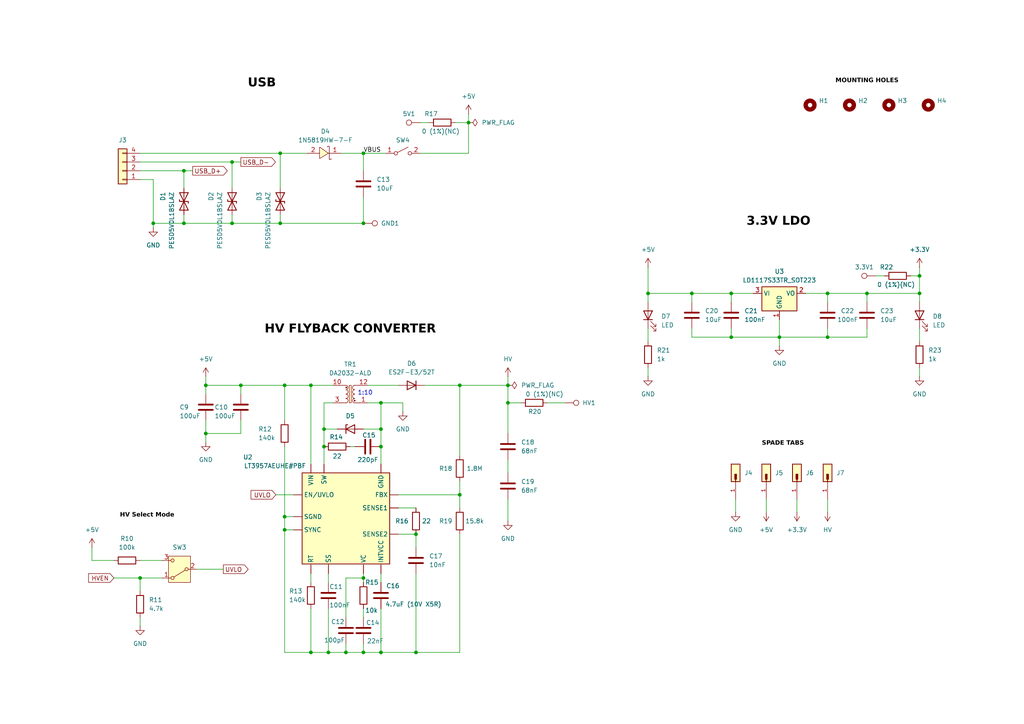
<source format=kicad_sch>
(kicad_sch (version 20231120) (generator "eeschema") (generator_version "8.0")
  (paper "A4")
  (title_block (date "2024-05-22") (company "Newell Jensen"))
  (lib_symbols
    (symbol "Connector:TestPoint" (pin_numbers hide) (pin_names (offset 0.762) hide)
      (property "Reference" "TP" (at 0 6.858 0))
      (property "Value" "TestPoint" (at 0 5.08 0))
      (symbol "TestPoint_0_1"
        (circle (center 0 3.302) (radius 0.762))
      )
      (symbol "TestPoint_1_1"
        (pin passive line (at 0 0 90) (length 2.54) (name "1") (number "1"))
      )
    )
    (symbol "Connector_Generic:Conn_01x04" (pin_names (offset 1.016) hide)
      (property "Reference" "J" (at 0 5.08 0))
      (property "Value" "Conn_01x04" (at 0 -7.62 0))
      (symbol "Conn_01x04_1_1"
        (rectangle (start -1.27 -4.953) (end 0 -5.207) (stroke (width 0.1524)))
        (rectangle (start -1.27 -2.413) (end 0 -2.667) (stroke (width 0.1524)))
        (rectangle (start -1.27 0.127) (end 0 -0.127) (stroke (width 0.1524)))
        (rectangle (start -1.27 2.667) (end 0 2.413) (stroke (width 0.1524)))
        (rectangle (start -1.27 3.81) (end 1.27 -6.35) (stroke (width 0.254)) (fill (type background)))
        (pin passive line (at -5.08 2.54 0) (length 3.81) (name "Pin_1") (number "1"))
        (pin passive line (at -5.08 0 0) (length 3.81) (name "Pin_2") (number "2"))
        (pin passive line (at -5.08 -2.54 0) (length 3.81) (name "Pin_3") (number "3"))
        (pin passive line (at -5.08 -5.08 0) (length 3.81) (name "Pin_4") (number "4"))
      )
    )
    (symbol "Device:C" (pin_numbers hide) (pin_names (offset 0.254))
      (property "Reference" "C" (at 0.635 2.54 0))
      (property "Value" "C" (at 0.635 -2.54 0))
      (symbol "C_0_1"
        (polyline (pts (xy -2.032 -0.762) (xy 2.032 -0.762)) (stroke (width 0.508)))
        (polyline (pts (xy -2.032 0.762) (xy 2.032 0.762)) (stroke (width 0.508)))
      )
      (symbol "C_1_1"
        (pin passive line (at 0 3.81 270) (length 2.794) (name "~") (number "1"))
        (pin passive line (at 0 -3.81 90) (length 2.794) (name "~") (number "2"))
      )
    )
    (symbol "Device:D" (pin_numbers hide) (pin_names (offset 1.016) hide)
      (property "Reference" "D" (at 0 2.54 0))
      (property "Value" "D" (at 0 -2.54 0))
      (symbol "D_0_1"
        (polyline (pts (xy -1.27 1.27) (xy -1.27 -1.27)) (stroke (width 0.254)))
        (polyline (pts (xy 1.27 0) (xy -1.27 0)))
        (polyline (pts (xy 1.27 1.27) (xy 1.27 -1.27) (xy -1.27 0) (xy 1.27 1.27)) (stroke (width 0.254)))
      )
      (symbol "D_1_1"
        (pin passive line (at -3.81 0 0) (length 2.54) (name "K") (number "1"))
        (pin passive line (at 3.81 0 180) (length 2.54) (name "A") (number "2"))
      )
    )
    (symbol "Device:D_TVS" (pin_numbers hide) (pin_names (offset 1.016) hide)
      (property "Reference" "D" (at 0 2.54 0))
      (property "Value" "D_TVS" (at 0 -2.54 0))
      (symbol "D_TVS_0_1"
        (polyline (pts (xy 1.27 0) (xy -1.27 0)))
        (polyline (pts (xy 0.508 1.27) (xy 0 1.27) (xy 0 -1.27) (xy -0.508 -1.27)) (stroke (width 0.254)))
        (polyline (pts (xy -2.54 1.27) (xy -2.54 -1.27) (xy 2.54 1.27) (xy 2.54 -1.27) (xy -2.54 1.27)) (stroke (width 0.254)))
      )
      (symbol "D_TVS_1_1"
        (pin passive line (at -3.81 0 0) (length 2.54) (name "A1") (number "1"))
        (pin passive line (at 3.81 0 180) (length 2.54) (name "A2") (number "2"))
      )
    )
    (symbol "Device:LED" (pin_numbers hide) (pin_names (offset 1.016) hide)
      (property "Reference" "D" (at 0 2.54 0))
      (property "Value" "LED" (at 0 -2.54 0))
      (symbol "LED_0_1"
        (polyline (pts (xy -1.27 -1.27) (xy -1.27 1.27)) (stroke (width 0.254)))
        (polyline (pts (xy -1.27 0) (xy 1.27 0)))
        (polyline (pts (xy 1.27 -1.27) (xy 1.27 1.27) (xy -1.27 0) (xy 1.27 -1.27)) (stroke (width 0.254)))
        (polyline (pts (xy -3.048 -0.762) (xy -4.572 -2.286) (xy -3.81 -2.286) (xy -4.572 -2.286) (xy -4.572 -1.524)))
        (polyline (pts (xy -1.778 -0.762) (xy -3.302 -2.286) (xy -2.54 -2.286) (xy -3.302 -2.286) (xy -3.302 -1.524)))
      )
      (symbol "LED_1_1"
        (pin passive line (at -3.81 0 0) (length 2.54) (name "K") (number "1"))
        (pin passive line (at 3.81 0 180) (length 2.54) (name "A") (number "2"))
      )
    )
    (symbol "Device:R" (pin_numbers hide) (pin_names (offset 0))
      (property "Reference" "R" (at 2.032 0 90))
      (property "Value" "R" (at 0 0 90))
      (symbol "R_0_1"
        (rectangle (start -1.016 -2.54) (end 1.016 2.54) (stroke (width 0.254)))
      )
      (symbol "R_1_1"
        (pin passive line (at 0 3.81 270) (length 1.27) (name "~") (number "1"))
        (pin passive line (at 0 -3.81 90) (length 1.27) (name "~") (number "2"))
      )
    )
    (symbol "Diode:BZT52Bxx" (pin_numbers hide) (pin_names hide)
      (property "Reference" "D" (at 0 2.54 0))
      (property "Value" "BZT52Bxx" (at 0 -2.54 0))
      (symbol "BZT52Bxx_0_1"
        (polyline (pts (xy 1.27 0) (xy -1.27 0)))
        (polyline (pts (xy -1.27 -1.27) (xy -1.27 1.27) (xy -0.762 1.27)) (stroke (width 0.254)))
        (polyline (pts (xy 1.27 -1.27) (xy 1.27 1.27) (xy -1.27 0) (xy 1.27 -1.27)) (stroke (width 0.254)))
      )
      (symbol "BZT52Bxx_1_1"
        (pin passive line (at -3.81 0 0) (length 2.54) (name "K") (number "1"))
        (pin passive line (at 3.81 0 180) (length 2.54) (name "A") (number "2"))
      )
    )
    (symbol "LED_1" (pin_numbers hide) (pin_names (offset 1.016) hide)
      (property "Reference" "D" (at 0 2.54 0))
      (property "Value" "LED" (at 0 -2.54 0))
      (symbol "LED_1_0_1"
        (polyline (pts (xy -1.27 -1.27) (xy -1.27 1.27)) (stroke (width 0.254)))
        (polyline (pts (xy -1.27 0) (xy 1.27 0)))
        (polyline (pts (xy 1.27 -1.27) (xy 1.27 1.27) (xy -1.27 0) (xy 1.27 -1.27)) (stroke (width 0.254)))
        (polyline (pts (xy -3.048 -0.762) (xy -4.572 -2.286) (xy -3.81 -2.286) (xy -4.572 -2.286) (xy -4.572 -1.524)))
        (polyline (pts (xy -1.778 -0.762) (xy -3.302 -2.286) (xy -2.54 -2.286) (xy -3.302 -2.286) (xy -3.302 -1.524)))
      )
      (symbol "LED_1_1_1"
        (pin passive line (at -3.81 0 0) (length 2.54) (name "K") (number "1"))
        (pin passive line (at 3.81 0 180) (length 2.54) (name "A") (number "2"))
      )
    )
    (symbol "LT3957AEUHE#PBF:LT3957AEUHE#PBF" (pin_numbers hide)
      (property "Reference" "U2" (at -10.668 7.112 0))
      (property "Value" "LT3957AEUHE#PBF" (at -2.794 4.572 0))
      (symbol "LT3957AEUHE#PBF_1_1"
        (rectangle (start 5.08 2.54) (end 30.48 -23.876) (stroke (width 0.254)) (fill (type background)))
        (pin passive line (at 2.54 -17.78 0) (length 2.54) hide (name "NC") (number "1"))
        (pin passive line (at 2.54 -17.78 0) (length 2.54) hide (name "NC") (number "10"))
        (pin passive line (at 27.94 5.08 270) (length 2.54) (name "GND") (number "12"))
        (pin passive line (at 27.94 5.08 270) (length 2.54) hide (name "GND") (number "13"))
        (pin passive line (at 27.94 5.08 270) (length 2.54) hide (name "GND") (number "14"))
        (pin passive line (at 27.94 5.08 270) (length 2.54) hide (name "GND") (number "15"))
        (pin passive line (at 27.94 5.08 270) (length 2.54) hide (name "GND") (number "16"))
        (pin passive line (at 27.94 5.08 270) (length 2.54) hide (name "GND") (number "17"))
        (pin passive line (at 2.54 -17.78 0) (length 2.54) hide (name "NC") (number "2"))
        (pin passive line (at 11.43 5.08 270) (length 2.54) hide (name "SW") (number "20"))
        (pin passive line (at 11.43 5.08 270) (length 2.54) hide (name "SW") (number "21"))
        (pin passive line (at 2.54 -10.16 0) (length 2.54) hide (name "SGND") (number "23"))
        (pin passive line (at 2.54 -10.16 0) (length 2.54) hide (name "SGND") (number "24"))
        (pin passive line (at 2.54 -3.81 0) (length 2.54) (name "EN/UVLO") (number "25"))
        (pin passive line (at 7.62 5.08 270) (length 2.54) (name "VIN") (number "27"))
        (pin passive line (at 27.94 -26.67 90) (length 2.54) (name "INTVCC") (number "28"))
        (pin passive line (at 33.02 -15.24 180) (length 2.54) (name "SENSE2") (number "3"))
        (pin passive line (at 22.86 -26.67 90) (length 2.54) (name "VC") (number "30"))
        (pin passive line (at 33.02 -3.81 180) (length 2.54) (name "FBX") (number "31"))
        (pin passive line (at 12.7 -26.67 90) (length 2.54) (name "SS") (number "32"))
        (pin passive line (at 7.62 -26.67 90) (length 2.54) (name "RT") (number "33"))
        (pin passive line (at 2.54 -13.97 0) (length 2.54) (name "SYNC") (number "34"))
        (pin passive line (at 2.54 -17.78 0) (length 2.54) hide (name "NC") (number "35"))
        (pin passive line (at 2.54 -17.78 0) (length 2.54) hide (name "NC") (number "36"))
        (pin passive line (at 2.54 -10.16 0) (length 2.54) hide (name "SGND") (number "37"))
        (pin passive line (at 11.43 5.08 270) (length 2.54) hide (name "SW") (number "38"))
        (pin passive line (at 2.54 -10.16 0) (length 2.54) (name "SGND") (number "4"))
        (pin passive line (at 33.02 -7.62 180) (length 2.54) (name "SENSE1") (number "6"))
        (pin passive line (at 11.43 5.08 270) (length 2.54) (name "SW") (number "8"))
        (pin passive line (at 11.43 5.08 270) (length 2.54) hide (name "SW") (number "9"))
      )
    )
    (symbol "Mechanical:MountingHole" (pin_names (offset 1.016)) (exclude_from_sim yes) (in_bom no)
      (property "Reference" "H" (at 0 5.08 0))
      (property "Value" "MountingHole" (at 0 3.175 0))
      (symbol "MountingHole_0_1"
        (circle (center 0 0) (radius 1.27) (stroke (width 1.27)))
      )
    )
    (symbol "Regulator_Linear:LD1117S33TR_SOT223"
      (property "Reference" "U" (at -3.81 3.175 0))
      (property "Value" "LD1117S33TR_SOT223" (at 0 3.175 0))
      (symbol "LD1117S33TR_SOT223_0_1"
        (rectangle (start -5.08 -5.08) (end 5.08 1.905) (stroke (width 0.254)) (fill (type background)))
      )
      (symbol "LD1117S33TR_SOT223_1_1"
        (pin power_in line (at 0 -7.62 90) (length 2.54) (name "GND") (number "1"))
        (pin power_out line (at 7.62 0 180) (length 2.54) (name "VO") (number "2"))
        (pin power_in line (at -7.62 0 0) (length 2.54) (name "VI") (number "3"))
      )
    )
    (symbol "Switch:SW_SPDT" (pin_names (offset 0) hide)
      (property "Reference" "SW" (at 0 5.08 0))
      (property "Value" "SW_SPDT" (at 0 -5.08 0))
      (symbol "SW_SPDT_0_1"
        (circle (center -2.032 0) (radius 0.4572))
        (polyline (pts (xy -1.651 0.254) (xy 1.651 2.286)))
        (circle (center 2.032 -2.54) (radius 0.4572))
        (circle (center 2.032 2.54) (radius 0.4572))
      )
      (symbol "SW_SPDT_1_1"
        (rectangle (start -3.175 3.81) (end 3.175 -3.81) (fill (type background)))
        (pin passive line (at 5.08 2.54 180) (length 2.54) (name "A") (number "1"))
        (pin passive line (at -5.08 0 0) (length 2.54) (name "B") (number "2"))
        (pin passive line (at 5.08 -2.54 180) (length 2.54) (name "C") (number "3"))
      )
    )
    (symbol "Switch:SW_SPST" (pin_names (offset 0) hide)
      (property "Reference" "SW" (at 0 3.175 0))
      (property "Value" "SW_SPST" (at 0 -2.54 0))
      (symbol "SW_SPST_0_0"
        (circle (center -2.032 0) (radius 0.508))
        (polyline (pts (xy -1.524 0.254) (xy 1.524 1.778)))
        (circle (center 2.032 0) (radius 0.508))
      )
      (symbol "SW_SPST_1_1"
        (pin passive line (at -5.08 0 0) (length 2.54) (name "A") (number "1"))
        (pin passive line (at 5.08 0 180) (length 2.54) (name "B") (number "2"))
      )
    )
    (symbol "Transformer:ZMPT101K"
      (property "Reference" "TR1" (at 0 8.636 0))
      (property "Value" "DA2032-ALD" (at 0 6.096 0))
      (symbol "ZMPT101K_0_1"
        (polyline (pts (xy -1.27 -2.54) (xy -2.54 -2.54)))
        (polyline (pts (xy -1.27 2.54) (xy -2.54 2.54)))
        (polyline (pts (xy 1.27 -2.54) (xy 2.54 -2.54)))
        (polyline (pts (xy 1.27 2.54) (xy 2.54 2.54)))
      )
      (symbol "ZMPT101K_1_1"
        (arc (start -1.27 -2.54) (mid -0.6377 -1.905) (end -1.27 -1.27))
        (arc (start -1.27 -1.27) (mid -0.6377 -0.635) (end -1.27 0))
        (arc (start -1.27 0) (mid -0.6377 0.635) (end -1.27 1.27))
        (arc (start -1.27 1.27) (mid -0.6377 1.905) (end -1.27 2.54))
        (circle (center -1.143 1.905) (radius 0.127) (stroke (width 0.254)))
        (rectangle (start -0.254 2.54) (end 0.254 -2.54) (fill (type background)))
        (circle (center 1.27 -1.905) (radius 0.127) (stroke (width 0.254)))
        (arc (start 1.27 -1.27) (mid 0.6377 -1.905) (end 1.27 -2.54))
        (arc (start 1.27 0) (mid 0.6377 -0.635) (end 1.27 -1.27))
        (arc (start 1.27 1.27) (mid 0.6377 0.635) (end 1.27 0))
        (arc (start 1.27 2.54) (mid 0.6377 1.905) (end 1.27 1.27))
        (pin passive line (at 5.08 -2.54 180) (length 2.54) (name "~") (number "1"))
        (pin passive line (at -5.08 2.54 0) (length 2.54) (name "~") (number "10"))
        (pin passive line (at 5.08 2.54 180) (length 2.54) (name "~") (number "12"))
        (pin passive line (at -5.08 -2.54 0) (length 2.54) (name "~") (number "3"))
        (pin passive line (at -5.08 -2.54 0) (length 2.54) hide (name "~") (number "4"))
        (pin passive line (at -5.08 -2.54 0) (length 2.54) hide (name "~") (number "5"))
        (pin passive line (at -5.08 -2.54 0) (length 2.54) hide (name "~") (number "6"))
        (pin passive line (at -5.08 2.54 0) (length 2.54) hide (name "~") (number "7"))
        (pin passive line (at -5.08 2.54 0) (length 2.54) hide (name "~") (number "8"))
        (pin passive line (at -5.08 2.54 0) (length 2.54) hide (name "~") (number "9"))
      )
    )
    (symbol "easyeda2kicad:1N5819HW-7-F" (pin_names hide)
      (property "Reference" "D" (at 0 5.08 0))
      (property "Value" "1N5819HW-7-F" (at 0 -5.08 0))
      (symbol "1N5819HW-7-F_0_1"
        (polyline (pts (xy -1.27 -1.52) (xy 1.27 0) (xy -1.27 1.78) (xy -1.27 -1.52)) (fill (type background)))
        (polyline (pts (xy 2.03 -1.52) (xy 2.03 -1.78) (xy 1.52 -1.78) (xy 1.52 2.03) (xy 1.02 2.03) (xy 1.02 1.78)))
        (pin unspecified line (at 5.08 0 180) (length 3.81) (name "K") (number "1"))
        (pin unspecified line (at -5.08 0 0) (length 3.81) (name "A") (number "2"))
      )
    )
    (symbol "power:+3.3V" (power) (pin_numbers hide) (pin_names (offset 0) hide)
      (property "Value" "+3.3V" (at 0 3.556 0))
      (symbol "+3.3V_0_1"
        (polyline (pts (xy -0.762 1.27) (xy 0 2.54)))
        (polyline (pts (xy 0 0) (xy 0 2.54)))
        (polyline (pts (xy 0 2.54) (xy 0.762 1.27)))
      )
      (symbol "+3.3V_1_1"
        (pin power_in line (at 0 0 90) (length 0) (name "~") (number "1"))
      )
    )
    (symbol "power:+48V" (power) (pin_numbers hide) (pin_names (offset 0) hide)
      (property "Value" "+48V" (at 0 3.556 0))
      (symbol "+48V_0_1"
        (polyline (pts (xy -0.762 1.27) (xy 0 2.54)))
        (polyline (pts (xy 0 0) (xy 0 2.54)))
        (polyline (pts (xy 0 2.54) (xy 0.762 1.27)))
      )
      (symbol "+48V_1_1"
        (pin power_in line (at 0 0 90) (length 0) (name "~") (number "1"))
      )
    )
    (symbol "power:+5V" (power) (pin_numbers hide) (pin_names (offset 0) hide)
      (property "Value" "+5V" (at 0 3.556 0))
      (symbol "+5V_0_1"
        (polyline (pts (xy -0.762 1.27) (xy 0 2.54)))
        (polyline (pts (xy 0 0) (xy 0 2.54)))
        (polyline (pts (xy 0 2.54) (xy 0.762 1.27)))
      )
      (symbol "+5V_1_1"
        (pin power_in line (at 0 0 90) (length 0) (name "~") (number "1"))
      )
    )
    (symbol "power:GND" (power) (pin_numbers hide) (pin_names (offset 0) hide)
      (property "Value" "GND" (at 0 -3.81 0))
      (symbol "GND_0_1"
        (polyline (pts (xy 0 0) (xy 0 -1.27) (xy 1.27 -1.27) (xy 0 -2.54) (xy -1.27 -1.27) (xy 0 -1.27)))
      )
      (symbol "GND_1_1"
        (pin power_in line (at 0 0 270) (length 0) (name "~") (number "1"))
      )
    )
    (symbol "power:PWR_FLAG" (power) (pin_numbers hide) (pin_names (offset 0) hide)
      (property "Value" "PWR_FLAG" (at 0 3.81 0))
      (symbol "PWR_FLAG_0_0"
        (pin power_out line (at 0 0 90) (length 0) (name "~") (number "1"))
      )
      (symbol "PWR_FLAG_0_1"
        (polyline (pts (xy 0 0) (xy 0 1.27) (xy -1.016 1.905) (xy 0 2.54) (xy 1.016 1.905) (xy 0 1.27)))
      )
    )
    (symbol "spade_tab:1267" (pin_names (offset 1.016))
      (property "Reference" "J" (at -5.08 2.032 0))
      (symbol "1267_0_0"
        (rectangle (start -5.08 1.27) (end 0 -1.27) (stroke (width 0.254)) (fill (type background)))
        (rectangle (start -4.445 -0.3175) (end -2.8575 0.3175) (stroke (width 0.1)) (fill (type outline)))
        (polyline (pts (xy -5.08 0) (xy -3.175 0)) (stroke (width 0.254)))
      )
      (symbol "1267_1_0"
        (pin passive line (at -10.16 0 0) (length 5.08) (name "") (number "1"))
      )
    )
  )
  (junction (at 266.7 85.09))
  (junction (at 135.89 35.56))
  (junction (at 82.55 153.67))
  (junction (at 120.65 154.94))
  (junction (at 82.55 111.76))
  (junction (at 93.98 129.54))
  (junction (at 240.03 97.79))
  (junction (at 93.98 124.46))
  (junction (at 105.41 44.45))
  (junction (at 266.7 80.01))
  (junction (at 226.06 97.79))
  (junction (at 82.55 149.86))
  (junction (at 67.31 46.99))
  (junction (at 40.64 167.64))
  (junction (at 110.49 129.54))
  (junction (at 200.66 85.09))
  (junction (at 110.49 124.46))
  (junction (at 53.34 64.77))
  (junction (at 81.28 44.45))
  (junction (at 212.09 97.79))
  (junction (at 133.35 143.51))
  (junction (at 110.49 189.23))
  (junction (at 59.69 125.73))
  (junction (at 105.41 64.77))
  (junction (at 81.28 64.77))
  (junction (at 120.65 189.23))
  (junction (at 110.49 116.84))
  (junction (at 133.35 111.76))
  (junction (at 53.34 49.53))
  (junction (at 95.25 189.23))
  (junction (at 67.31 64.77))
  (junction (at 212.09 85.09))
  (junction (at 90.17 111.76))
  (junction (at 69.85 111.76))
  (junction (at 105.41 189.23))
  (junction (at 59.69 111.76))
  (junction (at 105.41 167.64))
  (junction (at 90.17 189.23))
  (junction (at 240.03 85.09))
  (junction (at 251.46 85.09))
  (junction (at 187.96 85.09))
  (junction (at 100.33 189.23))
  (junction (at 147.32 116.84))
  (junction (at 44.45 64.77))
  (junction (at 147.32 111.76))
  (wire (pts (xy 59.69 111.76) (xy 69.85 111.76)))
  (wire (pts (xy 90.17 176.53) (xy 90.17 189.23)))
  (wire (pts (xy 187.96 77.47) (xy 187.96 85.09)))
  (wire (pts (xy 133.35 143.51) (xy 133.35 147.32)))
  (wire (pts (xy 105.41 186.69) (xy 105.41 189.23)))
  (wire (pts (xy 40.64 162.56) (xy 46.99 162.56)))
  (wire (pts (xy 100.33 189.23) (xy 105.41 189.23)))
  (wire (pts (xy 53.34 64.77) (xy 67.31 64.77)))
  (wire (pts (xy 82.55 111.76) (xy 90.17 111.76)))
  (wire (pts (xy 226.06 92.71) (xy 226.06 97.79)))
  (wire (pts (xy 105.41 176.53) (xy 105.41 179.07)))
  (wire (pts (xy 264.16 80.01) (xy 266.7 80.01)))
  (wire (pts (xy 69.85 111.76) (xy 69.85 114.3)))
  (wire (pts (xy 266.7 77.47) (xy 266.7 80.01)))
  (wire (pts (xy 266.7 80.01) (xy 266.7 85.09)))
  (wire (pts (xy 26.67 162.56) (xy 33.02 162.56)))
  (wire (pts (xy 133.35 143.51) (xy 133.35 139.7)))
  (wire (pts (xy 67.31 46.99) (xy 67.31 54.61)))
  (wire (pts (xy 101.6 129.54) (xy 102.87 129.54)))
  (wire (pts (xy 53.34 49.53) (xy 53.34 54.61)))
  (wire (pts (xy 59.69 111.76) (xy 59.69 114.3)))
  (wire (pts (xy 105.41 167.64) (xy 105.41 168.91)))
  (wire (pts (xy 82.55 149.86) (xy 85.09 149.86)))
  (wire (pts (xy 110.49 176.53) (xy 110.49 189.23)))
  (wire (pts (xy 135.89 33.02) (xy 135.89 35.56)))
  (wire (pts (xy 251.46 85.09) (xy 251.46 87.63)))
  (wire (pts (xy 100.33 179.07) (xy 100.33 167.64)))
  (wire (pts (xy 147.32 109.22) (xy 147.32 111.76)))
  (wire (pts (xy 46.99 167.64) (xy 40.64 167.64)))
  (wire (pts (xy 82.55 153.67) (xy 82.55 149.86)))
  (wire (pts (xy 231.14 144.78) (xy 231.14 148.59)))
  (wire (pts (xy 115.57 143.51) (xy 133.35 143.51)))
  (wire (pts (xy 115.57 147.32) (xy 120.65 147.32)))
  (wire (pts (xy 133.35 111.76) (xy 133.35 132.08)))
  (wire (pts (xy 212.09 85.09) (xy 212.09 87.63)))
  (wire (pts (xy 251.46 95.25) (xy 251.46 97.79)))
  (wire (pts (xy 222.25 144.78) (xy 222.25 148.59)))
  (wire (pts (xy 106.68 111.76) (xy 115.57 111.76)))
  (wire (pts (xy 121.92 44.45) (xy 135.89 44.45)))
  (wire (pts (xy 147.32 116.84) (xy 147.32 125.73)))
  (wire (pts (xy 120.65 154.94) (xy 120.65 158.75)))
  (wire (pts (xy 200.66 85.09) (xy 212.09 85.09)))
  (wire (pts (xy 115.57 154.94) (xy 120.65 154.94)))
  (wire (pts (xy 81.28 64.77) (xy 105.41 64.77)))
  (wire (pts (xy 93.98 116.84) (xy 93.98 124.46)))
  (wire (pts (xy 213.36 144.78) (xy 213.36 148.59)))
  (wire (pts (xy 40.64 179.07) (xy 40.64 181.61)))
  (wire (pts (xy 95.25 176.53) (xy 95.25 189.23)))
  (wire (pts (xy 116.84 116.84) (xy 110.49 116.84)))
  (wire (pts (xy 40.64 49.53) (xy 53.34 49.53)))
  (wire (pts (xy 82.55 121.92) (xy 82.55 111.76)))
  (wire (pts (xy 240.03 144.78) (xy 240.03 148.59)))
  (wire (pts (xy 110.49 166.37) (xy 110.49 168.91)))
  (wire (pts (xy 44.45 64.77) (xy 44.45 66.04)))
  (wire (pts (xy 110.49 116.84) (xy 110.49 124.46)))
  (wire (pts (xy 105.41 44.45) (xy 105.41 49.53)))
  (wire (pts (xy 69.85 121.92) (xy 69.85 125.73)))
  (wire (pts (xy 99.06 44.45) (xy 105.41 44.45)))
  (wire (pts (xy 93.98 124.46) (xy 93.98 129.54)))
  (wire (pts (xy 67.31 46.99) (xy 69.85 46.99)))
  (wire (pts (xy 97.79 124.46) (xy 93.98 124.46)))
  (wire (pts (xy 200.66 95.25) (xy 200.66 97.79)))
  (wire (pts (xy 90.17 189.23) (xy 95.25 189.23)))
  (wire (pts (xy 100.33 167.64) (xy 105.41 167.64)))
  (wire (pts (xy 187.96 85.09) (xy 187.96 87.63)))
  (wire (pts (xy 59.69 109.22) (xy 59.69 111.76)))
  (wire (pts (xy 147.32 116.84) (xy 151.13 116.84)))
  (wire (pts (xy 147.32 111.76) (xy 147.32 116.84)))
  (wire (pts (xy 106.68 116.84) (xy 110.49 116.84)))
  (wire (pts (xy 133.35 111.76) (xy 147.32 111.76)))
  (wire (pts (xy 110.49 129.54) (xy 110.49 134.62)))
  (wire (pts (xy 100.33 186.69) (xy 100.33 189.23)))
  (wire (pts (xy 82.55 129.54) (xy 82.55 149.86)))
  (wire (pts (xy 135.89 35.56) (xy 132.08 35.56)))
  (wire (pts (xy 105.41 166.37) (xy 105.41 167.64)))
  (wire (pts (xy 95.25 166.37) (xy 95.25 168.91)))
  (wire (pts (xy 69.85 111.76) (xy 82.55 111.76)))
  (wire (pts (xy 33.02 167.64) (xy 40.64 167.64)))
  (wire (pts (xy 59.69 121.92) (xy 59.69 125.73)))
  (wire (pts (xy 254 80.01) (xy 256.54 80.01)))
  (wire (pts (xy 121.92 35.56) (xy 124.46 35.56)))
  (wire (pts (xy 266.7 106.68) (xy 266.7 109.22)))
  (wire (pts (xy 251.46 85.09) (xy 266.7 85.09)))
  (wire (pts (xy 147.32 133.35) (xy 147.32 137.16)))
  (wire (pts (xy 93.98 129.54) (xy 93.98 134.62)))
  (wire (pts (xy 90.17 166.37) (xy 90.17 168.91)))
  (wire (pts (xy 266.7 85.09) (xy 266.7 87.63)))
  (wire (pts (xy 40.64 44.45) (xy 81.28 44.45)))
  (wire (pts (xy 226.06 97.79) (xy 226.06 100.33)))
  (wire (pts (xy 81.28 44.45) (xy 81.28 54.61)))
  (wire (pts (xy 53.34 62.23) (xy 53.34 64.77)))
  (wire (pts (xy 233.68 85.09) (xy 240.03 85.09)))
  (wire (pts (xy 59.69 125.73) (xy 59.69 128.27)))
  (wire (pts (xy 85.09 153.67) (xy 82.55 153.67)))
  (wire (pts (xy 90.17 111.76) (xy 90.17 134.62)))
  (wire (pts (xy 133.35 189.23) (xy 120.65 189.23)))
  (wire (pts (xy 67.31 64.77) (xy 81.28 64.77)))
  (wire (pts (xy 187.96 106.68) (xy 187.96 109.22)))
  (wire (pts (xy 135.89 44.45) (xy 135.89 35.56)))
  (wire (pts (xy 81.28 62.23) (xy 81.28 64.77)))
  (wire (pts (xy 147.32 144.78) (xy 147.32 151.13)))
  (wire (pts (xy 67.31 62.23) (xy 67.31 64.77)))
  (wire (pts (xy 105.41 189.23) (xy 110.49 189.23)))
  (wire (pts (xy 266.7 95.25) (xy 266.7 99.06)))
  (wire (pts (xy 57.15 165.1) (xy 64.77 165.1)))
  (wire (pts (xy 95.25 189.23) (xy 100.33 189.23)))
  (wire (pts (xy 105.41 57.15) (xy 105.41 64.77)))
  (wire (pts (xy 82.55 189.23) (xy 90.17 189.23)))
  (wire (pts (xy 116.84 119.38) (xy 116.84 116.84)))
  (wire (pts (xy 44.45 52.07) (xy 44.45 64.77)))
  (wire (pts (xy 105.41 124.46) (xy 110.49 124.46)))
  (wire (pts (xy 187.96 95.25) (xy 187.96 99.06)))
  (wire (pts (xy 163.83 116.84) (xy 158.75 116.84)))
  (wire (pts (xy 44.45 64.77) (xy 53.34 64.77)))
  (wire (pts (xy 212.09 85.09) (xy 218.44 85.09)))
  (wire (pts (xy 53.34 49.53) (xy 55.88 49.53)))
  (wire (pts (xy 240.03 85.09) (xy 240.03 87.63)))
  (wire (pts (xy 240.03 95.25) (xy 240.03 97.79)))
  (wire (pts (xy 200.66 97.79) (xy 212.09 97.79)))
  (wire (pts (xy 110.49 189.23) (xy 120.65 189.23)))
  (wire (pts (xy 90.17 111.76) (xy 96.52 111.76)))
  (wire (pts (xy 40.64 52.07) (xy 44.45 52.07)))
  (wire (pts (xy 110.49 124.46) (xy 110.49 129.54)))
  (wire (pts (xy 240.03 85.09) (xy 251.46 85.09)))
  (wire (pts (xy 69.85 125.73) (xy 59.69 125.73)))
  (wire (pts (xy 212.09 97.79) (xy 226.06 97.79)))
  (wire (pts (xy 93.98 116.84) (xy 96.52 116.84)))
  (wire (pts (xy 240.03 97.79) (xy 251.46 97.79)))
  (wire (pts (xy 40.64 167.64) (xy 40.64 171.45)))
  (wire (pts (xy 80.01 143.51) (xy 85.09 143.51)))
  (wire (pts (xy 212.09 95.25) (xy 212.09 97.79)))
  (wire (pts (xy 26.67 158.75) (xy 26.67 162.56)))
  (wire (pts (xy 81.28 44.45) (xy 88.9 44.45)))
  (wire (pts (xy 105.41 44.45) (xy 111.76 44.45)))
  (wire (pts (xy 120.65 166.37) (xy 120.65 189.23)))
  (wire (pts (xy 123.19 111.76) (xy 133.35 111.76)))
  (wire (pts (xy 187.96 85.09) (xy 200.66 85.09)))
  (wire (pts (xy 82.55 153.67) (xy 82.55 189.23)))
  (wire (pts (xy 226.06 97.79) (xy 240.03 97.79)))
  (wire (pts (xy 40.64 46.99) (xy 67.31 46.99)))
  (wire (pts (xy 200.66 85.09) (xy 200.66 87.63)))
  (wire (pts (xy 133.35 154.94) (xy 133.35 189.23)))
  (text "MOUNTING HOLES" (at 251.46 23.876 0) (effects (font (size 1.27 1.27) (thickness 0.508) (bold yes))))
  (text "3.3V LDO" (at 225.806 65.024 0) (effects (font (size 2.54 2.54) (thickness 0.508) (bold yes))))
  (text "1:10" (at 105.918 114.046 0) (effects (font (size 1.27 1.27))))
  (text "HV Select Mode" (at 42.672 149.86 0) (effects (font (size 1.27 1.27) (thickness 0.254) (bold yes))))
  (text "USB" (at 75.946 24.892 0) (effects (font (size 2.54 2.54) (thickness 0.508) (bold yes))))
  (text "SPADE TABS" (at 227.076 129.032 0) (effects (font (size 1.27 1.27) (thickness 0.508) (bold yes))))
  (text "HV FLYBACK CONVERTER" (at 101.6 96.266 0) (effects (font (size 2.54 2.54) (thickness 0.508) (bold yes))))
  (label "VBUS" (at 105.41 44.45 0))
  (global_label "USB_D-" (shape output) (at 69.85 46.99 0) (property "Intersheetrefs" "${INTERSHEET_REFS}" (effects (hide yes))))
  (global_label "USB_D+" (shape output) (at 55.88 49.53 0) (property "Intersheetrefs" "${INTERSHEET_REFS}" (effects (hide yes))))
  (global_label "HVEN" (shape input) (at 33.02 167.64 180) (property "Intersheetrefs" "${INTERSHEET_REFS}" (effects (hide yes))))
  (global_label "UVLO" (shape output) (at 64.77 165.1 0) (property "Intersheetrefs" "${INTERSHEET_REFS}" (effects (hide yes))))
  (global_label "UVLO" (shape input) (at 80.01 143.51 180) (property "Intersheetrefs" "${INTERSHEET_REFS}" (effects (hide yes))))
  (symbol (lib_id "power:GND") (at 266.7 109.22 0) (unit 1)
    (property "Reference" "#PWR034" (effects (hide yes)))
    (property "Value" "GND" (at 266.7 114.3 0))
    (property "Description" "Power symbol creates a global label with name \"GND\" , ground" (effects (hide yes)))
  )
  (symbol (lib_id "Transformer:ZMPT101K") (at 101.6 114.3 0) (unit 1)
    (property "Reference" "TR1" (at 101.6 105.664 0))
    (property "Value" "DA2032-ALD" (at 101.6 108.204 0))
    (property "Footprint" "DA2032-ALD:SOP250P2197X889-12N" (effects (hide yes)))
    (property "Datasheet" "https://www.coilcraft.com/pdfs/da2032.pdf" (effects (hide yes)))
    (property "Description" "COILCRAFT - DA2032-ALD - TRANSFORMER, FLYBACK, LT3750, SMD" (effects (hide yes)))
  )
  (symbol (lib_id "spade_tab:1267") (at 213.36 134.62 90) (unit 1)
    (property "Reference" "J4" (at 215.9 137.1599 90) (effects (justify right)))
    (property "Footprint" "SPADE-TAB:KEYSTONE_spade_tab" (effects (hide yes)))
    (property "PARTREV" "D" (effects (hide yes)))
    (property "SNAPEDA_PN" "1267" (effects (hide yes)))
    (property "MAXIMUM_PACKAGE_HEIGHT" "14.02mm" (effects (hide yes)))
  )
  (symbol (lib_id "Connector:TestPoint") (at 163.83 116.84 270) (unit 1)
    (property "Reference" "HV1" (at 168.91 116.8399 90) (effects (justify left)))
    (property "Value" "TestPoint" (effects (hide yes)))
    (property "Footprint" "TestPoint:TestPoint_Pad_D1.0mm" (effects (hide yes)))
    (property "Description" "test point" (effects (hide yes)))
  )
  (symbol (lib_id "Device:R") (at 36.83 162.56 270) (unit 1)
    (property "Reference" "R10" (at 36.83 156.21 90))
    (property "Value" "100k" (at 36.83 158.75 90))
    (property "Footprint" "Resistor_SMD:R_0805_2012Metric_Pad1.20x1.40mm_HandSolder" (effects (hide yes)))
    (property "Description" "Resistor" (effects (hide yes)))
  )
  (symbol (lib_id "Device:D") (at 119.38 111.76 180) (unit 1)
    (property "Reference" "D6" (at 119.38 105.41 0))
    (property "Value" "ES2F-E3/52T" (at 119.38 107.95 0))
    (property "Footprint" "Diode_SMD:D_SMB_Handsoldering" (effects (hide yes)))
    (property "Datasheet" "https://www.vishay.com/docs/88588/es2f.pdf" (effects (hide yes)))
    (property "Description" "Surface-Mount Ultrafast Plastic Rectifier, 300V 2A 35ns" (effects (hide yes)))
    (property "Sim.Device" "D" (effects (hide yes)))
    (property "Sim.Pins" "1=K 2=A" (effects (hide yes)))
  )
  (symbol (lib_id "power:+5V") (at 59.69 109.22 0) (unit 1)
    (property "Reference" "#PWR020" (effects (hide yes)))
    (property "Value" "+5V" (at 59.69 104.14 0))
    (property "Description" "Power symbol creates a global label with name \"+5V\"" (effects (hide yes)))
  )
  (symbol (lib_id "power:GND") (at 40.64 181.61 0) (unit 1)
    (property "Reference" "#PWR018" (effects (hide yes)))
    (property "Value" "GND" (at 40.64 186.69 0))
    (property "Description" "Power symbol creates a global label with name \"GND\" , ground" (effects (hide yes)))
  )
  (symbol (lib_id "Device:R") (at 82.55 125.73 0) (unit 1)
    (property "Reference" "R12" (at 74.93 124.46 0) (effects (justify left)))
    (property "Value" "140k" (at 74.93 127 0) (effects (justify left)))
    (property "Footprint" "Resistor_SMD:R_0805_2012Metric_Pad1.20x1.40mm_HandSolder" (effects (hide yes)))
    (property "Description" "Resistor" (effects (hide yes)))
  )
  (symbol (lib_id "Mechanical:MountingHole") (at 257.81 30.48 0) (unit 1) (exclude_from_sim yes) (in_bom no)
    (property "Reference" "H3" (at 260.35 29.2099 0) (effects (justify left)))
    (property "Value" "MountingHole" (effects (hide yes)))
    (property "Footprint" "MountingHole:MountingHole_3.2mm_M3_ISO7380_Pad_TopBottom" (effects (hide yes)))
    (property "Description" "Mounting Hole without connection" (effects (hide yes)))
  )
  (symbol (lib_id "Device:C") (at 100.33 182.88 0) (unit 1)
    (property "Reference" "C12" (at 96.012 180.34 0) (effects (justify left)))
    (property "Value" "100pF" (at 93.98 185.674 0) (effects (justify left)))
    (property "Footprint" "Capacitor_SMD:C_0805_2012Metric_Pad1.18x1.45mm_HandSolder" (effects (hide yes)))
    (property "Description" "Unpolarized capacitor" (effects (hide yes)))
  )
  (symbol (lib_id "Regulator_Linear:LD1117S33TR_SOT223") (at 226.06 85.09 0) (unit 1)
    (property "Reference" "U3" (at 226.06 78.74 0))
    (property "Value" "LD1117S33TR_SOT223" (at 226.06 81.28 0))
    (property "Footprint" "Package_TO_SOT_THT:TO-220-3_Vertical" (effects (hide yes)))
    (property "Datasheet" "http://www.st.com/st-web-ui/static/active/en/resource/technical/document/datasheet/CD00000544.pdf" (effects (hide yes)))
    (property "Description" "800mA Fixed Low Drop Positive Voltage Regulator, Fixed Output 3.3V, SOT-223" (effects (hide yes)))
  )
  (symbol (lib_id "Device:C") (at 105.41 182.88 0) (unit 1)
    (property "Reference" "C14" (at 106.172 180.594 0) (effects (justify left)))
    (property "Value" "22nF" (at 106.426 185.928 0) (effects (justify left)))
    (property "Footprint" "Capacitor_SMD:C_0805_2012Metric_Pad1.18x1.45mm_HandSolder" (effects (hide yes)))
    (property "Description" "Unpolarized capacitor" (effects (hide yes)))
  )
  (symbol (lib_id "Device:R") (at 133.35 151.13 0) (unit 1)
    (property "Reference" "R19" (at 129.286 151.13 0))
    (property "Value" "15.8k" (at 137.668 151.13 0))
    (property "Footprint" "Resistor_SMD:R_0805_2012Metric_Pad1.20x1.40mm_HandSolder" (effects (hide yes)))
    (property "Description" "Resistor" (effects (hide yes)))
  )
  (symbol (lib_id "power:GND") (at 213.36 148.59 0) (unit 1)
    (property "Reference" "#PWR028" (effects (hide yes)))
    (property "Value" "GND" (at 213.36 153.67 0))
    (property "Description" "Power symbol creates a global label with name \"GND\" , ground" (effects (hide yes)))
  )
  (symbol (lib_id "easyeda2kicad:1N5819HW-7-F") (at 93.98 44.45 0) (unit 1)
    (property "Reference" "D4" (at 94.36 38.1 0))
    (property "Value" "1N5819HW-7-F" (at 94.36 40.64 0))
    (property "Footprint" "Diode_SMD:D_SOD-123F" (effects (hide yes)))
    (property "Datasheet" "https://www.mouser.com/datasheet/2/115/DIOD_S_A0011683586_1-2543674.pdf" (effects (hide yes)))
    (property "LCSC Part" "C82544" (effects (hide yes)))
  )
  (symbol (lib_id "power:+5V") (at 26.67 158.75 0) (unit 1)
    (property "Reference" "#PWR017" (effects (hide yes)))
    (property "Value" "+5V" (at 26.67 153.67 0))
    (property "Description" "Power symbol creates a global label with name \"+5V\"" (effects (hide yes)))
  )
  (symbol (lib_id "power:PWR_FLAG") (at 147.32 111.76 270) (unit 1)
    (property "Reference" "#FLG03" (effects (hide yes)))
    (property "Value" "PWR_FLAG" (at 151.13 111.7599 90) (effects (justify left)))
    (property "Description" "Special symbol for telling ERC where power comes from" (effects (hide yes)))
  )
  (symbol (lib_id "Switch:SW_SPST") (at 116.84 44.45 0) (unit 1)
    (property "Reference" "SW4" (at 116.84 40.64 0))
    (property "Value" "SW_SPST" (effects (hide yes)))
    (property "Footprint" "Connector_Wire:SolderWire-0.75sqmm_1x02_P4.8mm_D1.25mm_OD2.3mm" (effects (hide yes)))
    (property "Description" "Single Pole Single Throw (SPST) switch" (effects (hide yes)))
  )
  (symbol (lib_id "power:GND") (at 59.69 128.27 0) (unit 1)
    (property "Reference" "#PWR021" (effects (hide yes)))
    (property "Value" "GND" (at 59.69 133.35 0))
    (property "Description" "Power symbol creates a global label with name \"GND\" , ground" (effects (hide yes)))
  )
  (symbol (lib_id "power:GND") (at 44.45 66.04 0) (unit 1)
    (property "Reference" "#PWR019" (effects (hide yes)))
    (property "Value" "GND" (at 44.45 71.12 0))
    (property "Description" "Power symbol creates a global label with name \"GND\" , ground" (effects (hide yes)))
  )
  (symbol (lib_id "power:GND") (at 226.06 100.33 0) (unit 1)
    (property "Reference" "#PWR030" (effects (hide yes)))
    (property "Value" "GND" (at 226.06 105.41 0))
    (property "Description" "Power symbol creates a global label with name \"GND\" , ground" (effects (hide yes)))
  )
  (symbol (lib_id "Device:C") (at 240.03 91.44 0) (unit 1)
    (property "Reference" "C22" (at 243.84 90.1699 0) (effects (justify left)))
    (property "Value" "100nF" (at 242.824 92.71 0) (effects (justify left)))
    (property "Footprint" "Capacitor_SMD:C_0805_2012Metric_Pad1.18x1.45mm_HandSolder" (effects (hide yes)))
    (property "Description" "Unpolarized capacitor" (effects (hide yes)))
  )
  (symbol (lib_id "Mechanical:MountingHole") (at 269.24 30.48 0) (unit 1) (exclude_from_sim yes) (in_bom no)
    (property "Reference" "H4" (at 271.78 29.2099 0) (effects (justify left)))
    (property "Value" "MountingHole" (effects (hide yes)))
    (property "Footprint" "MountingHole:MountingHole_3.2mm_M3_ISO7380_Pad_TopBottom" (effects (hide yes)))
    (property "Description" "Mounting Hole without connection" (effects (hide yes)))
  )
  (symbol (lib_id "Device:C") (at 200.66 91.44 0) (unit 1)
    (property "Reference" "C20" (at 204.47 90.1699 0) (effects (justify left)))
    (property "Value" "10uF" (at 204.47 92.7099 0) (effects (justify left)))
    (property "Footprint" "Capacitor_SMD:C_0805_2012Metric_Pad1.18x1.45mm_HandSolder" (effects (hide yes)))
    (property "Description" "Unpolarized capacitor" (effects (hide yes)))
  )
  (symbol (lib_id "Device:C") (at 110.49 172.72 0) (unit 1)
    (property "Reference" "C16" (at 112.014 169.926 0) (effects (justify left)))
    (property "Value" "4.7uF (10V X5R)" (at 111.76 175.26 0) (effects (justify left)))
    (property "Footprint" "Capacitor_SMD:C_0805_2012Metric_Pad1.18x1.45mm_HandSolder" (effects (hide yes)))
    (property "Description" "Unpolarized capacitor" (effects (hide yes)))
  )
  (symbol (lib_id "Device:R") (at 128.27 35.56 90) (unit 1)
    (property "Reference" "R17" (at 126.9999 33.02 90) (effects (justify left)))
    (property "Value" "0 (1%)(NC)" (at 133.35 38.1 90) (effects (justify left)))
    (property "Footprint" "Resistor_SMD:R_0805_2012Metric_Pad1.20x1.40mm_HandSolder" (effects (hide yes)))
    (property "Description" "Resistor" (effects (hide yes)))
  )
  (symbol (lib_id "Device:C") (at 251.46 91.44 0) (unit 1)
    (property "Reference" "C23" (at 255.27 90.1699 0) (effects (justify left)))
    (property "Value" "10uF" (at 255.27 92.7099 0) (effects (justify left)))
    (property "Footprint" "Capacitor_SMD:C_0805_2012Metric_Pad1.18x1.45mm_HandSolder" (effects (hide yes)))
    (property "Description" "Unpolarized capacitor" (effects (hide yes)))
  )
  (symbol (lib_id "power:GND") (at 147.32 151.13 0) (unit 1)
    (property "Reference" "#PWR025" (effects (hide yes)))
    (property "Value" "GND" (at 147.32 156.21 0))
    (property "Description" "Power symbol creates a global label with name \"GND\" , ground" (effects (hide yes)))
  )
  (symbol (lib_id "Device:C") (at 147.32 129.54 0) (unit 1)
    (property "Reference" "C18" (at 151.13 128.2699 0) (effects (justify left)))
    (property "Value" "68nF" (at 151.13 130.8099 0) (effects (justify left)))
    (property "Footprint" "GRM43QR72J683KW01L:GRM43x" (effects (hide yes)))
    (property "Datasheet" "https://componentsearchengine.com/Datasheets/1/GRM43QR72J683KW01L.pdf" (effects (hide yes)))
    (property "Description" "Murata 1812 GRM43 68nF Ceramic Multilayer Capacitor, 630 V dc, +125C, X7R Dielectric, +/-10%" (effects (hide yes)))
    (property "Height" "3.7" (effects (hide yes)))
    (property "Mouser Part Number" "81-GRM43QR72J683KW01" (effects (hide yes)))
    (property "Mouser Price/Stock" "https://www.mouser.com/Search/Refine.aspx?Keyword=81-GRM43QR72J683KW01" (effects (hide yes)))
    (property "Manufacturer_Name" "Murata Electronics" (effects (hide yes)))
    (property "Manufacturer_Part_Number" "GRM43QR72J683KW01L" (effects (hide yes)))
  )
  (symbol (lib_id "Device:R") (at 133.35 135.89 0) (unit 1)
    (property "Reference" "R18" (at 129.286 135.89 0))
    (property "Value" "1.8M" (at 137.668 135.89 0))
    (property "Footprint" "RC1206FR-071M8L:RESC3116X65N" (effects (hide yes)))
    (property "Datasheet" "https://www.yageo.com/upload/media/product/productsearch/datasheet/rchip/PYu-RC_Group_51_RoHS_L_12.pdf" (effects (hide yes)))
    (property "Description" "Thick Film Resistors - SMD 1.8 MOhms 250 mW 1206 1%" (effects (hide yes)))
    (property "Height" "0.65" (effects (hide yes)))
    (property "Mouser Part Number" "603-RC1206FR-071M8L" (effects (hide yes)))
    (property "Mouser Price/Stock" "https://www.mouser.co.uk/ProductDetail/YAGEO/RC1206FR-071M8L?qs=m6lXFsvg5e2b8emsZW3aVQ%3D%3D" (effects (hide yes)))
    (property "Manufacturer_Name" "YAGEO" (effects (hide yes)))
    (property "Manufacturer_Part_Number" "RC1206FR-071M8L" (effects (hide yes)))
  )
  (symbol (lib_id "Device:C") (at 212.09 91.44 0) (unit 1)
    (property "Reference" "C21" (at 215.9 90.1699 0) (effects (justify left)))
    (property "Value" "100nF" (at 215.9 92.7099 0) (effects (justify left)))
    (property "Footprint" "Capacitor_SMD:C_0805_2012Metric_Pad1.18x1.45mm_HandSolder" (effects (hide yes)))
    (property "Description" "Unpolarized capacitor" (effects (hide yes)))
  )
  (symbol (lib_id "spade_tab:1267") (at 222.25 134.62 90) (unit 1)
    (property "Reference" "J5" (at 224.79 137.1599 90) (effects (justify right)))
    (property "Footprint" "SPADE-TAB:KEYSTONE_spade_tab" (effects (hide yes)))
    (property "PARTREV" "D" (effects (hide yes)))
    (property "SNAPEDA_PN" "1267" (effects (hide yes)))
    (property "MAXIMUM_PACKAGE_HEIGHT" "14.02mm" (effects (hide yes)))
  )
  (symbol (lib_id "Connector:TestPoint") (at 254 80.01 90) (unit 1)
    (property "Reference" "3.3V1" (at 250.698 77.47 90))
    (property "Value" "TestPoint" (effects (hide yes)))
    (property "Footprint" "TestPoint:TestPoint_Pad_D1.0mm" (effects (hide yes)))
    (property "Description" "test point" (effects (hide yes)))
  )
  (symbol (lib_id "Device:R") (at 187.96 102.87 0) (unit 1)
    (property "Reference" "R21" (at 190.5 101.5999 0) (effects (justify left)))
    (property "Value" "1k" (at 190.5 104.1399 0) (effects (justify left)))
    (property "Footprint" "Resistor_SMD:R_0805_2012Metric_Pad1.20x1.40mm_HandSolder" (effects (hide yes)))
    (property "Description" "Resistor" (effects (hide yes)))
  )
  (symbol (lib_id "Switch:SW_SPDT") (at 52.07 165.1 180) (unit 1)
    (property "Reference" "SW3" (at 52.07 158.75 0))
    (property "Value" "SW_SPDT" (effects (hide yes)))
    (property "Footprint" "Button_Switch_SMD:SW_SPDT_PCM12" (effects (hide yes)))
    (property "Description" "Switch, single pole double throw" (effects (hide yes)))
  )
  (symbol (lib_id "Connector_Generic:Conn_01x04") (at 35.56 49.53 180) (unit 1)
    (property "Reference" "J3" (at 35.56 40.64 0))
    (property "Value" "Conn_01x04" (effects (hide yes)))
    (property "Footprint" "Connector_JST:JST_PH_B4B-PH-K_1x04_P2.00mm_Vertical" (effects (hide yes)))
    (property "Description" "Generic connector, single row, 01x04, script generated (kicad-library-utils/schlib/autogen/connector/)" (effects (hide yes)))
  )
  (symbol (lib_id "Device:D_TVS") (at 81.28 58.42 270) (unit 1)
    (property "Reference" "D3" (at 75.184 55.626 0) (effects (justify left)))
    (property "Value" "PESD5V0L1BSLAZ" (at 77.724 55.626 0) (effects (justify left)))
    (property "Footprint" "Diode_SMD:D_SOD-882" (effects (hide yes)))
    (property "Datasheet" "https://www.mouser.com/datasheet/2/916/PESD5V0L1BSL-2909958.pdf" (effects (hide yes)))
    (property "Description" "Bidirectional transient-voltage-suppression diode" (effects (hide yes)))
  )
  (symbol (lib_id "Device:C") (at 69.85 118.11 0) (unit 1)
    (property "Reference" "C10" (at 62.23 118.11 0) (effects (justify left)))
    (property "Value" "100uF" (at 62.23 120.65 0) (effects (justify left)))
    (property "Footprint" "GRM31CR60J107MEA8L:GRM31x" (effects (hide yes)))
    (property "Description" "Unpolarized capacitor" (effects (hide yes)))
  )
  (symbol (lib_id "power:+48V") (at 240.03 148.59 180) (unit 1)
    (property "Reference" "#PWR032" (effects (hide yes)))
    (property "Value" "HV" (at 240.03 153.67 0))
    (property "Description" "Power symbol creates a global label with name \"HV\"" (effects (hide yes)))
  )
  (symbol (lib_id "Device:C") (at 59.69 118.11 0) (unit 1)
    (property "Reference" "C9" (at 52.07 118.11 0) (effects (justify left)))
    (property "Value" "100uF" (at 52.07 120.65 0) (effects (justify left)))
    (property "Footprint" "GRM31CR60J107MEA8L:GRM31x" (effects (hide yes)))
    (property "Description" "Unpolarized capacitor" (effects (hide yes)))
  )
  (symbol (lib_id "Diode:BZT52Bxx") (at 101.6 124.46 0) (unit 1)
    (property "Reference" "D5" (at 101.6 120.65 0))
    (property "Value" "MMSZ5258B" (effects (hide yes)))
    (property "Footprint" "Diode_SMD:D_SOD-123F" (effects (hide yes)))
    (property "Datasheet" "https://diotec.com/tl_files/diotec/files/pdf/datasheets/bzt52b2v4.pdf" (effects (hide yes)))
    (property "Description" "500mW Zener Diode, SOD-123F" (effects (hide yes)))
  )
  (symbol (lib_id "Device:D_TVS") (at 53.34 58.42 270) (unit 1)
    (property "Reference" "D1" (at 47.244 55.626 0) (effects (justify left)))
    (property "Value" "PESD5V0L1BSLAZ" (at 49.784 55.626 0) (effects (justify left)))
    (property "Footprint" "Diode_SMD:D_SOD-882" (effects (hide yes)))
    (property "Datasheet" "https://www.mouser.com/datasheet/2/916/PESD5V0L1BSL-2909958.pdf" (effects (hide yes)))
    (property "Description" "Bidirectional transient-voltage-suppression diode" (effects (hide yes)))
  )
  (symbol (lib_id "Connector:TestPoint") (at 121.92 35.56 90) (unit 1)
    (property "Reference" "5V1" (at 118.618 33.02 90))
    (property "Value" "TestPoint" (effects (hide yes)))
    (property "Footprint" "TestPoint:TestPoint_Pad_D1.0mm" (effects (hide yes)))
    (property "Description" "test point" (effects (hide yes)))
  )
  (symbol (lib_id "Device:LED") (at 266.7 91.44 90) (unit 1)
    (property "Reference" "D8" (at 270.51 91.7574 90) (effects (justify right)))
    (property "Value" "LED" (at 270.51 94.2974 90) (effects (justify right)))
    (property "Footprint" "LED_SMD:LED_0603_1608Metric_Pad1.05x0.95mm_HandSolder" (effects (hide yes)))
    (property "Datasheet" "https://componentsearchengine.com/Datasheets/2/150080RS75000.pdf" (effects (hide yes)))
    (property "Description" "LED,Wurth Elektronik,150080RS75000 Wurth Elektronik 150080RS75000, WL-SMCW Series Red LED, 625 nm 2012 (0805) Clear, Rectangle Lens SMD package" (effects (hide yes)))
    (property "Height" "0.8" (effects (hide yes)))
    (property "Mouser Part Number" "710-150080RS75000" (effects (hide yes)))
    (property "Mouser Price/Stock" "https://www.mouser.co.uk/ProductDetail/Wurth-Elektronik/150080RS75000?qs=LlUlMxKIyB2jdCo7bnfgew%3D%3D" (effects (hide yes)))
    (property "Manufacturer_Part_Number" "150080RS75000" (effects (hide yes)))
  )
  (symbol (lib_id "Device:R") (at 105.41 172.72 0) (unit 1)
    (property "Reference" "R15" (at 105.918 168.91 0) (effects (justify left)))
    (property "Value" "10k" (at 105.918 177.038 0) (effects (justify left)))
    (property "Footprint" "Resistor_SMD:R_0805_2012Metric_Pad1.20x1.40mm_HandSolder" (effects (hide yes)))
    (property "Description" "Resistor" (effects (hide yes)))
  )
  (symbol (lib_id "LT3957AEUHE#PBF:LT3957AEUHE#PBF") (at 82.55 139.7 0) (unit 1)
    (property "Reference" "U2" (at 71.882 132.588 0))
    (property "Value" "LT3957AEUHE#PBF" (at 79.756 135.128 0))
    (property "Footprint" "LT3957AEUHE#PBF:LT3958EUHETRPBF" (effects (hide yes)))
    (property "Datasheet" "https://www.analog.com/media/en/technical-documentation/data-sheets/3957afa.pdf" (effects (hide yes)))
    (property "Description" "DC/DC Cntrlr Single-OUT Flyback/Step Up 1200kHz Automotive 28-Pin QFN EP Tube" (effects (hide yes)))
    (property "Height" "0.8" (effects (hide yes)))
    (property "Manufacturer_Name" "Analog Devices" (effects (hide yes)))
    (property "Manufacturer_Part_Number" "LT3957AEUHE#PBF" (effects (hide yes)))
  )
  (symbol (lib_name "LED_1") (lib_id "Device:LED") (at 187.96 91.44 90) (unit 1)
    (property "Reference" "D7" (at 191.77 91.7574 90) (effects (justify right)))
    (property "Value" "LED" (at 191.77 94.2974 90) (effects (justify right)))
    (property "Footprint" "LED_SMD:LED_0603_1608Metric_Pad1.05x0.95mm_HandSolder" (effects (hide yes)))
    (property "Description" "Light emitting diode" (effects (hide yes)))
  )
  (symbol (lib_id "Mechanical:MountingHole") (at 246.38 30.48 0) (unit 1) (exclude_from_sim yes) (in_bom no)
    (property "Reference" "H2" (at 248.92 29.2099 0) (effects (justify left)))
    (property "Value" "MountingHole" (effects (hide yes)))
    (property "Footprint" "MountingHole:MountingHole_3.2mm_M3_ISO7380_Pad_TopBottom" (effects (hide yes)))
    (property "Description" "Mounting Hole without connection" (effects (hide yes)))
  )
  (symbol (lib_id "Device:D_TVS") (at 67.31 58.42 270) (unit 1)
    (property "Reference" "D2" (at 61.214 55.626 0) (effects (justify left)))
    (property "Value" "PESD5V0L1BSLAZ" (at 63.754 55.626 0) (effects (justify left)))
    (property "Footprint" "Diode_SMD:D_SOD-882" (effects (hide yes)))
    (property "Datasheet" "https://www.mouser.com/datasheet/2/916/PESD5V0L1BSL-2909958.pdf" (effects (hide yes)))
    (property "Description" "Bidirectional transient-voltage-suppression diode" (effects (hide yes)))
  )
  (symbol (lib_id "spade_tab:1267") (at 240.03 134.62 90) (unit 1)
    (property "Reference" "J7" (at 242.57 137.1599 90) (effects (justify right)))
    (property "Footprint" "SPADE-TAB:KEYSTONE_spade_tab" (effects (hide yes)))
    (property "PARTREV" "D" (effects (hide yes)))
    (property "SNAPEDA_PN" "1267" (effects (hide yes)))
    (property "MAXIMUM_PACKAGE_HEIGHT" "14.02mm" (effects (hide yes)))
  )
  (symbol (lib_id "spade_tab:1267") (at 231.14 134.62 90) (unit 1)
    (property "Reference" "J6" (at 233.68 137.1599 90) (effects (justify right)))
    (property "Footprint" "SPADE-TAB:KEYSTONE_spade_tab" (effects (hide yes)))
    (property "PARTREV" "D" (effects (hide yes)))
    (property "SNAPEDA_PN" "1267" (effects (hide yes)))
    (property "MAXIMUM_PACKAGE_HEIGHT" "14.02mm" (effects (hide yes)))
  )
  (symbol (lib_id "power:+3.3V") (at 231.14 148.59 180) (unit 1)
    (property "Reference" "#PWR031" (effects (hide yes)))
    (property "Value" "+3.3V" (at 231.14 153.67 0))
    (property "Description" "Power symbol creates a global label with name \"+3.3V\"" (effects (hide yes)))
  )
  (symbol (lib_id "Connector:TestPoint") (at 105.41 64.77 270) (unit 1)
    (property "Reference" "GND1" (at 110.49 64.7699 90) (effects (justify left)))
    (property "Value" "TestPoint" (effects (hide yes)))
    (property "Footprint" "TestPoint:TestPoint_Pad_D1.0mm" (effects (hide yes)))
    (property "Description" "test point" (effects (hide yes)))
  )
  (symbol (lib_id "power:GND") (at 116.84 119.38 0) (unit 1)
    (property "Reference" "#PWR022" (effects (hide yes)))
    (property "Value" "GND" (at 116.84 124.46 0))
    (property "Description" "Power symbol creates a global label with name \"GND\" , ground" (effects (hide yes)))
  )
  (symbol (lib_id "power:PWR_FLAG") (at 135.89 35.56 270) (unit 1)
    (property "Reference" "#FLG02" (effects (hide yes)))
    (property "Value" "PWR_FLAG" (at 139.7 35.5599 90) (effects (justify left)))
    (property "Description" "Special symbol for telling ERC where power comes from" (effects (hide yes)))
  )
  (symbol (lib_id "Device:R") (at 97.79 129.54 90) (unit 1)
    (property "Reference" "R14" (at 97.536 126.746 90))
    (property "Value" "22" (at 97.79 132.334 90))
    (property "Footprint" "Resistor_SMD:R_0805_2012Metric_Pad1.20x1.40mm_HandSolder" (effects (hide yes)))
    (property "Description" "Resistor" (effects (hide yes)))
  )
  (symbol (lib_id "Device:C") (at 120.65 162.56 0) (unit 1)
    (property "Reference" "C17" (at 124.46 161.2899 0) (effects (justify left)))
    (property "Value" "10nF" (at 124.46 163.8299 0) (effects (justify left)))
    (property "Footprint" "Capacitor_SMD:C_0805_2012Metric_Pad1.18x1.45mm_HandSolder" (effects (hide yes)))
    (property "Description" "Unpolarized capacitor" (effects (hide yes)))
  )
  (symbol (lib_id "power:+5V") (at 222.25 148.59 180) (unit 1)
    (property "Reference" "#PWR029" (effects (hide yes)))
    (property "Value" "+5V" (at 222.25 153.67 0))
    (property "Description" "Power symbol creates a global label with name \"+5V\"" (effects (hide yes)))
  )
  (symbol (lib_id "Device:R") (at 40.64 175.26 0) (unit 1)
    (property "Reference" "R11" (at 43.18 173.9899 0) (effects (justify left)))
    (property "Value" "4.7k" (at 43.18 176.5299 0) (effects (justify left)))
    (property "Footprint" "Resistor_SMD:R_0805_2012Metric_Pad1.20x1.40mm_HandSolder" (effects (hide yes)))
    (property "Description" "Resistor" (effects (hide yes)))
  )
  (symbol (lib_id "Device:R") (at 260.35 80.01 90) (unit 1)
    (property "Reference" "R22" (at 259.0799 77.47 90) (effects (justify left)))
    (property "Value" "0 (1%)(NC)" (at 265.43 82.55 90) (effects (justify left)))
    (property "Footprint" "Resistor_SMD:R_0805_2012Metric_Pad1.20x1.40mm_HandSolder" (effects (hide yes)))
    (property "Description" "Resistor" (effects (hide yes)))
  )
  (symbol (lib_id "power:+5V") (at 187.96 77.47 0) (unit 1)
    (property "Reference" "#PWR026" (effects (hide yes)))
    (property "Value" "+5V" (at 187.96 72.39 0))
    (property "Description" "Power symbol creates a global label with name \"+5V\"" (effects (hide yes)))
  )
  (symbol (lib_id "Mechanical:MountingHole") (at 234.95 30.48 0) (unit 1) (exclude_from_sim yes) (in_bom no)
    (property "Reference" "H1" (at 237.49 29.2099 0) (effects (justify left)))
    (property "Value" "MountingHole" (effects (hide yes)))
    (property "Footprint" "MountingHole:MountingHole_3.2mm_M3_ISO7380_Pad_TopBottom" (effects (hide yes)))
    (property "Description" "Mounting Hole without connection" (effects (hide yes)))
  )
  (symbol (lib_id "Device:R") (at 154.94 116.84 270) (unit 1)
    (property "Reference" "R20" (at 153.162 119.38 90) (effects (justify left)))
    (property "Value" "0 (1%)(NC)" (at 152.4 114.3 90) (effects (justify left)))
    (property "Footprint" "Resistor_SMD:R_0805_2012Metric_Pad1.20x1.40mm_HandSolder" (effects (hide yes)))
    (property "Description" "Resistor" (effects (hide yes)))
  )
  (symbol (lib_id "Device:C") (at 147.32 140.97 0) (unit 1)
    (property "Reference" "C19" (at 151.13 139.6999 0) (effects (justify left)))
    (property "Value" "68nF" (at 151.13 142.2399 0) (effects (justify left)))
    (property "Footprint" "GRM43QR72J683KW01L:GRM43x" (effects (hide yes)))
    (property "Datasheet" "https://componentsearchengine.com/Datasheets/1/GRM43QR72J683KW01L.pdf" (effects (hide yes)))
    (property "Description" "Murata 1812 GRM43 68nF Ceramic Multilayer Capacitor, 630 V dc, +125C, X7R Dielectric, +/-10%" (effects (hide yes)))
    (property "Height" "3.7" (effects (hide yes)))
    (property "Mouser Part Number" "81-GRM43QR72J683KW01" (effects (hide yes)))
    (property "Mouser Price/Stock" "https://www.mouser.com/Search/Refine.aspx?Keyword=81-GRM43QR72J683KW01" (effects (hide yes)))
    (property "Manufacturer_Name" "Murata Electronics" (effects (hide yes)))
    (property "Manufacturer_Part_Number" "GRM43QR72J683KW01L" (effects (hide yes)))
  )
  (symbol (lib_id "Device:C") (at 106.68 129.54 90) (unit 1)
    (property "Reference" "C15" (at 108.966 126.238 90) (effects (justify left)))
    (property "Value" "220pF" (at 109.728 133.35 90) (effects (justify left)))
    (property "Footprint" "Capacitor_SMD:C_0805_2012Metric_Pad1.18x1.45mm_HandSolder" (effects (hide yes)))
    (property "Description" "Unpolarized capacitor" (effects (hide yes)))
  )
  (symbol (lib_id "Device:C") (at 105.41 53.34 0) (unit 1)
    (property "Reference" "C13" (at 109.22 52.0699 0) (effects (justify left)))
    (property "Value" "10uF" (at 109.22 54.6099 0) (effects (justify left)))
    (property "Footprint" "Capacitor_SMD:C_0805_2012Metric_Pad1.18x1.45mm_HandSolder" (effects (hide yes)))
    (property "Description" "Unpolarized capacitor" (effects (hide yes)))
  )
  (symbol (lib_id "power:GND") (at 187.96 109.22 0) (unit 1)
    (property "Reference" "#PWR027" (effects (hide yes)))
    (property "Value" "GND" (at 187.96 114.3 0))
    (property "Description" "Power symbol creates a global label with name \"GND\" , ground" (effects (hide yes)))
  )
  (symbol (lib_id "power:+48V") (at 147.32 109.22 0) (unit 1)
    (property "Reference" "#PWR024" (effects (hide yes)))
    (property "Value" "HV" (at 147.32 104.14 0))
    (property "Description" "Power symbol creates a global label with name \"HV\"" (effects (hide yes)))
  )
  (symbol (lib_id "Device:R") (at 90.17 172.72 0) (unit 1)
    (property "Reference" "R13" (at 83.82 171.45 0) (effects (justify left)))
    (property "Value" "140k" (at 83.82 173.99 0) (effects (justify left)))
    (property "Footprint" "Resistor_SMD:R_0805_2012Metric_Pad1.20x1.40mm_HandSolder" (effects (hide yes)))
    (property "Description" "Resistor" (effects (hide yes)))
  )
  (symbol (lib_id "power:+3.3V") (at 266.7 77.47 0) (unit 1)
    (property "Reference" "#PWR033" (effects (hide yes)))
    (property "Value" "+3.3V" (at 266.7 72.39 0))
    (property "Description" "Power symbol creates a global label with name \"+3.3V\"" (effects (hide yes)))
  )
  (symbol (lib_id "power:+5V") (at 135.89 33.02 0) (unit 1)
    (property "Reference" "#PWR023" (effects (hide yes)))
    (property "Value" "+5V" (at 135.89 27.94 0))
    (property "Description" "Power symbol creates a global label with name \"+5V\"" (effects (hide yes)))
  )
  (symbol (lib_id "Device:R") (at 266.7 102.87 0) (unit 1)
    (property "Reference" "R23" (at 269.24 101.5999 0) (effects (justify left)))
    (property "Value" "1k" (at 269.24 104.1399 0) (effects (justify left)))
    (property "Footprint" "Resistor_SMD:R_0805_2012Metric_Pad1.20x1.40mm_HandSolder" (effects (hide yes)))
    (property "Description" "Resistor" (effects (hide yes)))
  )
  (symbol (lib_id "Device:C") (at 95.25 172.72 0) (unit 1)
    (property "Reference" "C11" (at 95.504 170.18 0) (effects (justify left)))
    (property "Value" "100nF" (at 95.504 175.514 0) (effects (justify left)))
    (property "Footprint" "Capacitor_SMD:C_0805_2012Metric_Pad1.18x1.45mm_HandSolder" (effects (hide yes)))
    (property "Description" "Unpolarized capacitor" (effects (hide yes)))
  )
  (symbol (lib_id "Device:R") (at 120.65 151.13 0) (unit 1)
    (property "Reference" "R16" (at 116.586 151.13 0))
    (property "Value" "22" (at 123.698 151.13 0))
    (property "Footprint" "Resistor_SMD:R_0805_2012Metric_Pad1.20x1.40mm_HandSolder" (effects (hide yes)))
    (property "Description" "Resistor" (effects (hide yes)))
  )
)
</source>
